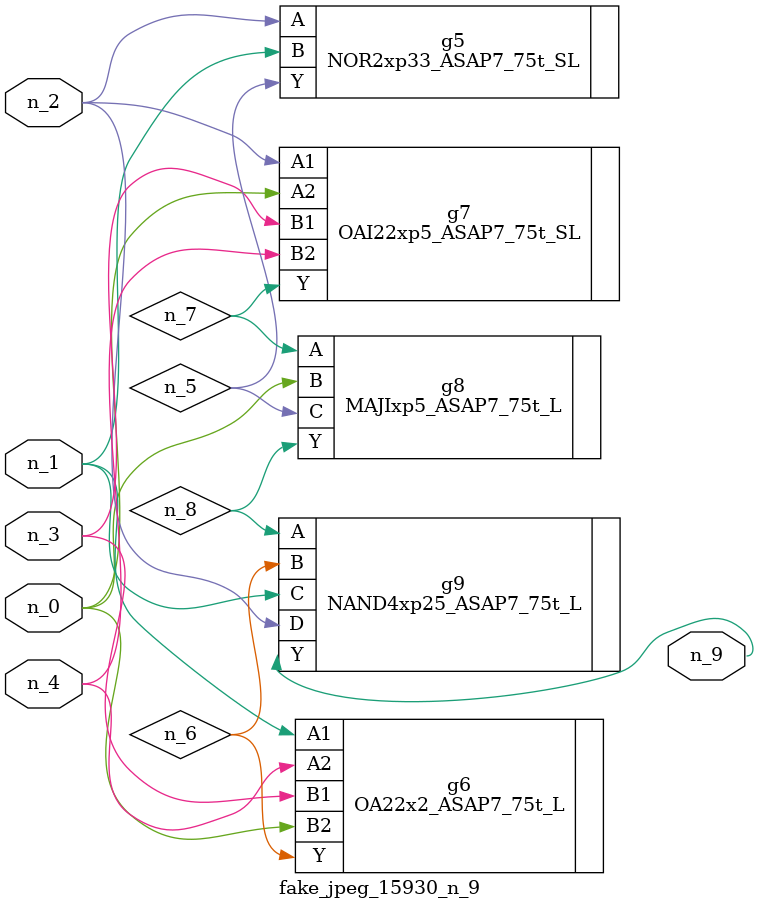
<source format=v>
module fake_jpeg_15930_n_9 (n_3, n_2, n_1, n_0, n_4, n_9);

input n_3;
input n_2;
input n_1;
input n_0;
input n_4;

output n_9;

wire n_8;
wire n_6;
wire n_5;
wire n_7;

NOR2xp33_ASAP7_75t_SL g5 ( 
.A(n_2),
.B(n_1),
.Y(n_5)
);

OA22x2_ASAP7_75t_L g6 ( 
.A1(n_1),
.A2(n_4),
.B1(n_3),
.B2(n_0),
.Y(n_6)
);

OAI22xp5_ASAP7_75t_SL g7 ( 
.A1(n_2),
.A2(n_0),
.B1(n_3),
.B2(n_4),
.Y(n_7)
);

MAJIxp5_ASAP7_75t_L g8 ( 
.A(n_7),
.B(n_0),
.C(n_5),
.Y(n_8)
);

NAND4xp25_ASAP7_75t_L g9 ( 
.A(n_8),
.B(n_6),
.C(n_1),
.D(n_2),
.Y(n_9)
);


endmodule
</source>
